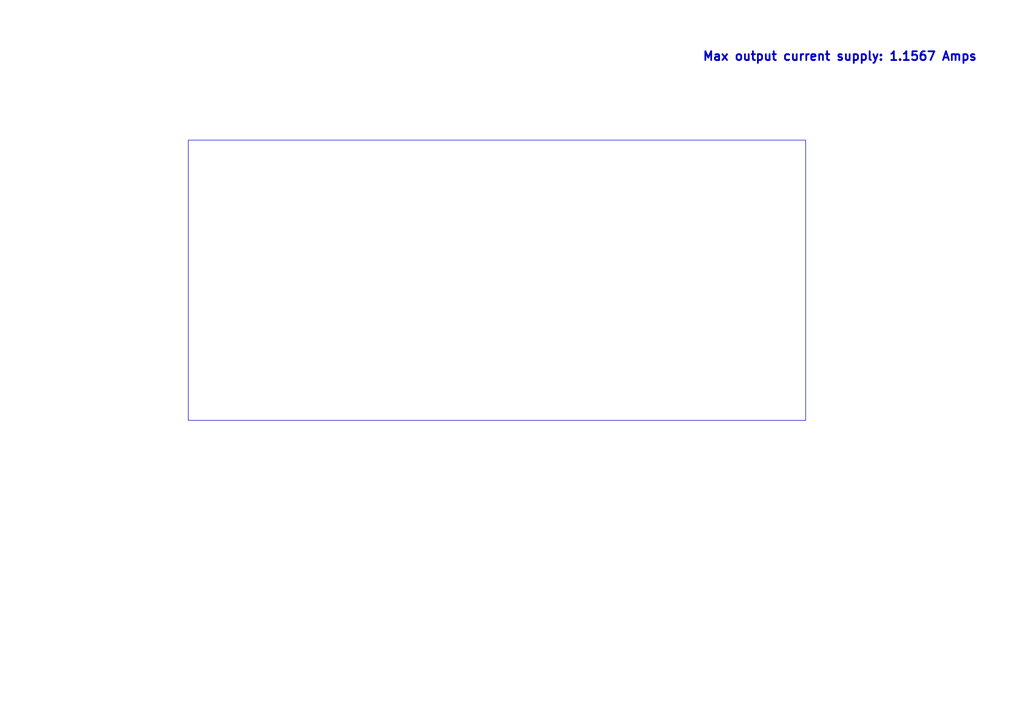
<source format=kicad_sch>
(kicad_sch
	(version 20231120)
	(generator "eeschema")
	(generator_version "8.0")
	(uuid "e35b387c-4a2a-4c49-81e6-72f7eccbadd7")
	(paper "A4")
	(lib_symbols)
	(rectangle
		(start 54.61 40.64)
		(end 233.68 121.92)
		(stroke
			(width 0)
			(type default)
		)
		(fill
			(type none)
		)
		(uuid 2be1be34-506a-4997-a4aa-e771f2905a85)
	)
	(text "Max output current supply: 1.1567 Amps\n"
		(exclude_from_sim no)
		(at 243.586 16.51 0)
		(effects
			(font
				(size 2.54 2.54)
				(thickness 0.508)
				(bold yes)
			)
		)
		(uuid "e5547851-f636-467a-8fe2-9805c4c72e88")
	)
)

</source>
